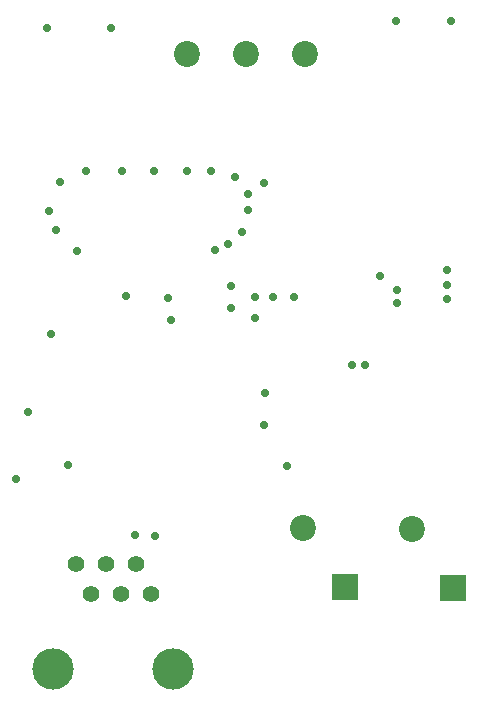
<source format=gbs>
%FSLAX42Y42*%
%MOMM*%
G71*
G01*
G75*
G04 Layer_Color=16711935*
%ADD10R,1.50X0.30*%
%ADD11R,0.30X1.50*%
%ADD12O,0.30X1.50*%
%ADD13R,5.50X2.00*%
%ADD14R,1.68X1.52*%
%ADD15R,1.10X1.00*%
%ADD16R,1.00X1.10*%
%ADD17R,1.30X1.50*%
%ADD18R,1.50X1.30*%
%ADD19R,2.00X1.20*%
%ADD20R,5.60X5.60*%
%ADD21C,1.00*%
%ADD22C,0.25*%
%ADD23C,0.50*%
%ADD24C,2.00*%
%ADD25R,2.00X2.00*%
%ADD26C,1.20*%
%ADD27C,0.50*%
%ADD28C,3.30*%
%ADD29C,2.00*%
%ADD30C,0.20*%
%ADD31C,0.10*%
%ADD32R,1.70X0.50*%
%ADD33R,0.50X1.70*%
%ADD34O,0.50X1.70*%
%ADD35R,5.70X2.20*%
%ADD36R,1.88X1.72*%
%ADD37R,1.30X1.20*%
%ADD38R,1.20X1.30*%
%ADD39R,1.50X1.70*%
%ADD40R,1.70X1.50*%
%ADD41R,2.20X1.40*%
%ADD42R,5.80X5.80*%
%ADD43C,2.20*%
%ADD44R,2.20X2.20*%
%ADD45C,1.40*%
%ADD46C,0.70*%
%ADD47C,3.50*%
D43*
X2540Y-4380D02*
D03*
X3460Y-4390D02*
D03*
X1550Y-370D02*
D03*
X2050D02*
D03*
X2550D02*
D03*
D44*
X2890Y-4880D02*
D03*
X3810Y-4890D02*
D03*
D45*
X610Y-4690D02*
D03*
X737Y-4944D02*
D03*
X991D02*
D03*
X864Y-4690D02*
D03*
X1118D02*
D03*
X1245Y-4944D02*
D03*
D46*
X447Y-1862D02*
D03*
X2021Y-1873D02*
D03*
X1900Y-1980D02*
D03*
X1794Y-2031D02*
D03*
X2073Y-1686D02*
D03*
Y-1558D02*
D03*
X1964Y-1412D02*
D03*
X1754Y-1363D02*
D03*
X3330Y-2370D02*
D03*
X3190Y-2250D02*
D03*
X1925Y-2330D02*
D03*
X1923Y-2517D02*
D03*
X2130Y-2430D02*
D03*
X3755Y-2200D02*
D03*
Y-2325D02*
D03*
X700Y-1360D02*
D03*
X476Y-1451D02*
D03*
X385Y-1700D02*
D03*
X625Y-2039D02*
D03*
X1000Y-1360D02*
D03*
X1275D02*
D03*
X1550D02*
D03*
X1389Y-2436D02*
D03*
X1420Y-2620D02*
D03*
X1110Y-4440D02*
D03*
X370Y-149D02*
D03*
X910D02*
D03*
X3790Y-90D02*
D03*
X3320D02*
D03*
X1040Y-2420D02*
D03*
X3330Y-2477D02*
D03*
X3755Y-2445D02*
D03*
X2210Y-3510D02*
D03*
X2400Y-3860D02*
D03*
X399Y-2740D02*
D03*
X550Y-3850D02*
D03*
X2210Y-1460D02*
D03*
X1280Y-4450D02*
D03*
X2280Y-2430D02*
D03*
X2460D02*
D03*
X2130Y-2600D02*
D03*
X2952Y-3003D02*
D03*
X3062D02*
D03*
X2212Y-3238D02*
D03*
X210Y-3400D02*
D03*
X102Y-3968D02*
D03*
D47*
X1436Y-5580D02*
D03*
X420D02*
D03*
M02*

</source>
